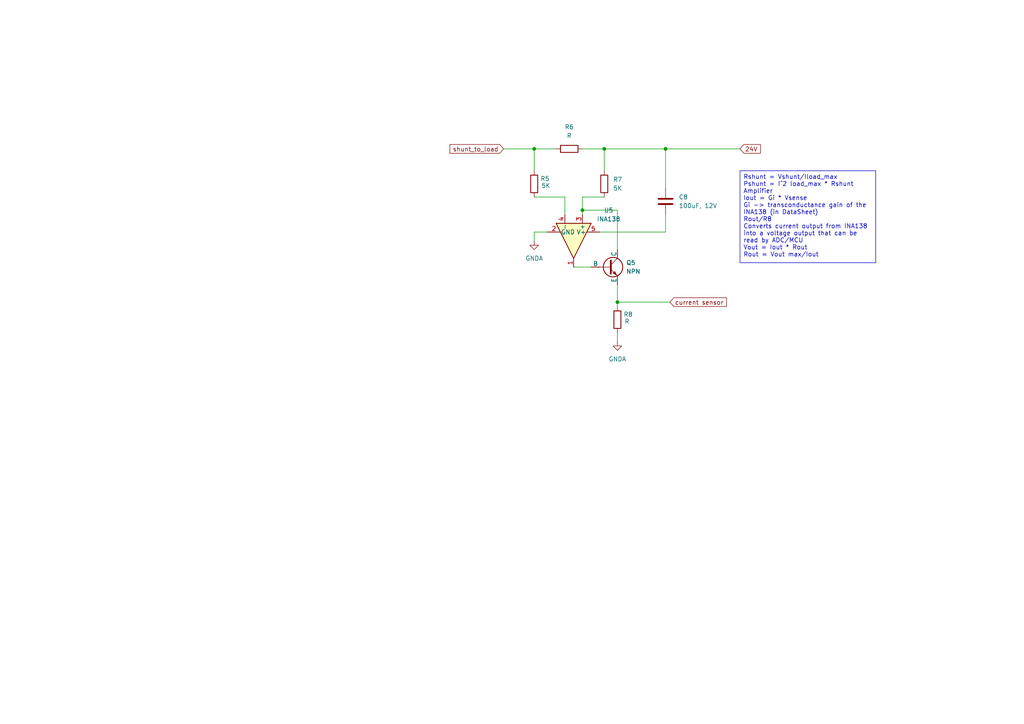
<source format=kicad_sch>
(kicad_sch (version 20231120) (generator "eeschema") (generator_version "8.0")
  (paper "A4")
  (lib_symbols
    (symbol "Amplifier_Current:INA138" (pin_names (offset 0.127))
      (property "Reference" "U" (at 3.81 5.08 0))
      (property "Value" "INA138" (at 3.81 2.54 0))
      (symbol "INA138_0_1"
        (polyline (pts (xy -5.08 5.08) (xy 5.08 0) (xy -5.08 -5.08) (xy -5.08 5.08)) (stroke (width 0.254)) (fill (type background)))
      )
      (symbol "INA138_1_1"
        (pin output line (at 7.62 0 180) (length 2.54) (name "~") (number "1"))
        (pin power_in line (at -2.54 -7.62 90) (length 3.81) (name "GND") (number "2"))
        (pin input line (at -7.62 2.54 0) (length 2.54) (name "+") (number "3"))
        (pin input line (at -7.62 -2.54 0) (length 2.54) (name "-") (number "4"))
        (pin power_in line (at -2.54 7.62 270) (length 3.81) (name "V+") (number "5"))
      )
    )
    (symbol "Device:C" (pin_numbers hide) (pin_names (offset 0.254))
      (property "Reference" "C" (at 0.635 2.54 0))
      (property "Value" "C" (at 0.635 -2.54 0))
      (symbol "C_0_1"
        (polyline (pts (xy -2.032 -0.762) (xy 2.032 -0.762)) (stroke (width 0.508)))
        (polyline (pts (xy -2.032 0.762) (xy 2.032 0.762)) (stroke (width 0.508)))
      )
      (symbol "C_1_1"
        (pin passive line (at 0 3.81 270) (length 2.794) (name "~") (number "1"))
        (pin passive line (at 0 -3.81 90) (length 2.794) (name "~") (number "2"))
      )
    )
    (symbol "Device:R" (pin_numbers hide) (pin_names (offset 0))
      (property "Reference" "R" (at 2.032 0 90))
      (property "Value" "R" (at 0 0 90))
      (symbol "R_0_1"
        (rectangle (start -1.016 -2.54) (end 1.016 2.54) (stroke (width 0.254)))
      )
      (symbol "R_1_1"
        (pin passive line (at 0 3.81 270) (length 1.27) (name "~") (number "1"))
        (pin passive line (at 0 -3.81 90) (length 1.27) (name "~") (number "2"))
      )
    )
    (symbol "Simulation_SPICE:NPN" (pin_numbers hide) (pin_names (offset 0))
      (property "Reference" "Q" (at -2.54 7.62 0))
      (property "Value" "NPN" (at -2.54 5.08 0))
      (symbol "NPN_0_1"
        (polyline (pts (xy -2.54 0) (xy 0.635 0)) (stroke (width 0.1524)))
        (polyline (pts (xy 0.635 0.635) (xy 2.54 2.54)))
        (polyline (pts (xy 2.794 -1.27) (xy 2.794 -1.27)) (stroke (width 0.1524)))
        (polyline (pts (xy 2.794 -1.27) (xy 2.794 -1.27)) (stroke (width 0.1524)))
        (polyline (pts (xy 0.635 -0.635) (xy 2.54 -2.54) (xy 2.54 -2.54)))
        (polyline (pts (xy 0.635 1.905) (xy 0.635 -1.905) (xy 0.635 -1.905)) (stroke (width 0.508)))
        (polyline (pts (xy 1.27 -1.778) (xy 1.778 -1.27) (xy 2.286 -2.286) (xy 1.27 -1.778) (xy 1.27 -1.778)) (fill (type outline)))
        (circle (center 1.27 0) (radius 2.8194) (stroke (width 0.254)))
      )
      (symbol "NPN_1_1"
        (pin open_collector line (at 2.54 5.08 270) (length 2.54) (name "C") (number "1"))
        (pin input line (at -5.08 0 0) (length 2.54) (name "B") (number "2"))
        (pin open_emitter line (at 2.54 -5.08 90) (length 2.54) (name "E") (number "3"))
      )
    )
    (symbol "power:GNDA" (power) (pin_numbers hide) (pin_names (offset 0) hide)
      (property "Value" "GNDA" (at 0 -3.81 0))
      (symbol "GNDA_0_1"
        (polyline (pts (xy 0 0) (xy 0 -1.27) (xy 1.27 -1.27) (xy 0 -2.54) (xy -1.27 -1.27) (xy 0 -1.27)))
      )
      (symbol "GNDA_1_1"
        (pin power_in line (at 0 0 270) (length 0) (name "~") (number "1"))
      )
    )
  )
  (junction (at 175.26 43.18))
  (junction (at 154.94 43.18))
  (junction (at 168.91 60.96))
  (junction (at 193.04 43.18))
  (junction (at 179.07 87.63))
  (wire (pts (xy 179.07 87.63) (xy 194.31 87.63)))
  (wire (pts (xy 179.07 72.39) (xy 179.07 60.96)))
  (wire (pts (xy 168.91 57.15) (xy 168.91 60.96)))
  (wire (pts (xy 193.04 43.18) (xy 214.63 43.18)))
  (wire (pts (xy 179.07 87.63) (xy 179.07 88.9)))
  (wire (pts (xy 179.07 96.52) (xy 179.07 99.06)))
  (wire (pts (xy 154.94 57.15) (xy 163.83 57.15)))
  (wire (pts (xy 168.91 43.18) (xy 175.26 43.18)))
  (wire (pts (xy 175.26 43.18) (xy 193.04 43.18)))
  (wire (pts (xy 158.75 67.31) (xy 154.94 67.31)))
  (wire (pts (xy 193.04 43.18) (xy 193.04 54.61)))
  (wire (pts (xy 193.04 67.31) (xy 173.99 67.31)))
  (wire (pts (xy 161.29 43.18) (xy 154.94 43.18)))
  (wire (pts (xy 146.05 43.18) (xy 154.94 43.18)))
  (wire (pts (xy 175.26 43.18) (xy 175.26 49.53)))
  (wire (pts (xy 154.94 43.18) (xy 154.94 49.53)))
  (wire (pts (xy 179.07 60.96) (xy 168.91 60.96)))
  (wire (pts (xy 166.37 77.47) (xy 171.45 77.47)))
  (wire (pts (xy 179.07 82.55) (xy 179.07 87.63)))
  (wire (pts (xy 154.94 67.31) (xy 154.94 69.85)))
  (wire (pts (xy 175.26 57.15) (xy 168.91 57.15)))
  (wire (pts (xy 163.83 57.15) (xy 163.83 62.23)))
  (wire (pts (xy 193.04 62.23) (xy 193.04 67.31)))
  (wire (pts (xy 168.91 60.96) (xy 168.91 62.23)))
  (text_box "Rshunt = Vshunt/Iload_max\nPshunt = I^2 load_max * Rshunt\nAmplifier\nIout = Gi * Vsense\nGi -> transconductance gain of the INA138 (in DataSheet)\nRout/R8\nConverts current output from INA138 into a voltage output that can be read by ADC/MCU\nVout = Iout * Rout\nRout = Vout max/Iout " (at 214.63 49.53 0) (size 39.37 26.67) (effects (font (size 1.27 1.27)) (justify left top)))
  (global_label "24V" (shape input) (at 214.63 43.18 0) (property "Intersheetrefs" "${INTERSHEET_REFS}" (effects (hide yes))))
  (global_label "current sensor" (shape input) (at 194.31 87.63 0) (property "Intersheetrefs" "${INTERSHEET_REFS}" (effects (hide yes))))
  (global_label "shunt_to_load" (shape input) (at 146.05 43.18 180) (property "Intersheetrefs" "${INTERSHEET_REFS}" (effects (hide yes))))
  (symbol (lib_id "Amplifier_Current:INA138") (at 166.37 69.85 270) (unit 1)
    (property "Reference" "U5" (at 176.53 60.9914 90))
    (property "Value" "INA138" (at 176.53 63.5314 90))
    (property "Footprint" "Package_TO_SOT_SMD:SOT-23-5" (effects (hide yes)))
    (property "Datasheet" "http://www.ti.com/lit/ds/symlink/ina138.pdf" (effects (hide yes)))
    (property "Description" "High-Side Measurement Current Shunt Monitor, 36V, SOT-23-5" (effects (hide yes)))
  )
  (symbol (lib_id "Device:R") (at 175.26 53.34 180) (unit 1)
    (property "Reference" "R7" (at 177.8 52.0699 0) (effects (justify right)))
    (property "Value" "5K" (at 177.8 54.6099 0) (effects (justify right)))
    (property "Description" "Resistor" (effects (hide yes)))
  )
  (symbol (lib_id "Simulation_SPICE:NPN") (at 176.53 77.47 0) (unit 1)
    (property "Reference" "Q5" (at 181.61 76.1999 0) (effects (justify left)))
    (property "Value" "NPN" (at 181.61 78.7399 0) (effects (justify left)))
    (property "Datasheet" "https://ngspice.sourceforge.io/docs/ngspice-html-manual/manual.xhtml#cha_BJTs" (effects (hide yes)))
    (property "Description" "Bipolar transistor symbol for simulation only, substrate tied to the emitter" (effects (hide yes)))
    (property "Sim.Device" "NPN" (effects (hide yes)))
    (property "Sim.Type" "GUMMELPOON" (effects (hide yes)))
    (property "Sim.Pins" "1=C 2=B 3=E" (effects (hide yes)))
  )
  (symbol (lib_id "power:GNDA") (at 179.07 99.06 0) (unit 1)
    (property "Reference" "#PWR05" (effects (hide yes)))
    (property "Value" "GNDA" (at 179.07 104.14 0))
    (property "Description" "Power symbol creates a global label with name \"GNDA\" , analog ground" (effects (hide yes)))
  )
  (symbol (lib_id "power:GNDA") (at 154.94 69.85 0) (unit 1)
    (property "Reference" "#PWR01" (effects (hide yes)))
    (property "Value" "GNDA" (at 154.94 74.93 0))
    (property "Description" "Power symbol creates a global label with name \"GNDA\" , analog ground" (effects (hide yes)))
  )
  (symbol (lib_id "Device:R") (at 179.07 92.71 180) (unit 1)
    (property "Reference" "R8" (at 180.848 91.186 0) (effects (justify right)))
    (property "Value" "R" (at 181.102 93.218 0) (effects (justify right)))
    (property "Description" "Resistor" (effects (hide yes)))
  )
  (symbol (lib_id "Device:C") (at 193.04 58.42 0) (unit 1)
    (property "Reference" "C8" (at 196.85 57.1499 0) (effects (justify left)))
    (property "Value" "100uF, 12V" (at 196.85 59.6899 0) (effects (justify left)))
    (property "Description" "Unpolarized capacitor" (effects (hide yes)))
  )
  (symbol (lib_id "Device:R") (at 165.1 43.18 90) (unit 1)
    (property "Reference" "R6" (at 165.1 36.83 90))
    (property "Value" "R" (at 165.1 39.37 90))
    (property "Description" "Resistor" (effects (hide yes)))
  )
  (symbol (lib_id "Device:R") (at 154.94 53.34 180) (unit 1)
    (property "Reference" "R5" (at 156.718 51.816 0) (effects (justify right)))
    (property "Value" "5K" (at 156.972 53.848 0) (effects (justify right)))
    (property "Description" "Resistor" (effects (hide yes)))
  )
)
</source>
